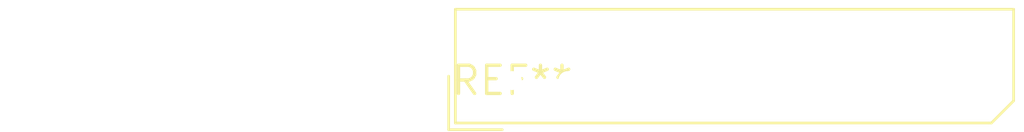
<source format=kicad_pcb>
(kicad_pcb (version 20240108) (generator pcbnew)
  (layers (0 "F.Cu" signal) (31 "B.Cu" signal) (34 "B.Paste" user) (35 "F.Paste" user) (36 "B.SilkS" user "B.Silkscreen") (37 "F.SilkS" user "F.Silkscreen") (38 "B.Mask" user) (39 "F.Mask" user) (44 "Edge.Cuts" user))
  (net 0 "")
  (footprint "Molex_SPOX_5267-09A_1x09_P2.50mm_Vertical" (layer "F.Cu") (at 0 0)
    (property "Reference" "REF**")
    (property "Value" "Molex_SPOX_5267-09A_1x09_P2.50mm_Vertical")
    (fp_line (start -2.86 -0.2) (end -2.86 2.21) (layer "F.SilkS") (stroke (width 0.12)))
    (fp_line (start -2.86 2.21) (end -0.45 2.21) (layer "F.SilkS") (stroke (width 0.12)))
    (fp_line (start -2.56 -3.21) (end -2.56 1.91) (layer "F.SilkS") (stroke (width 0.12)))
    (fp_line (start -2.56 1.91) (end 21.56 1.91) (layer "F.SilkS") (stroke (width 0.12)))
    (fp_line (start 21.56 1.91) (end 22.56 0.91) (layer "F.SilkS") (stroke (width 0.12)))
    (fp_line (start 22.56 -3.21) (end -2.56 -3.21) (layer "F.SilkS") (stroke (width 0.12)))
    (fp_line (start 22.56 0.91) (end 22.56 -3.21) (layer "F.SilkS") (stroke (width 0.12)))
    (pad "1" thru_hole roundrect (at 0 0) (size 1.7 1.85) (drill 0.85) (layers *.Cu *.Mask) (remove_unused_layers) (roundrect_rratio 0.147059))
    (pad "2" thru_hole oval (at 2.5 0) (size 1.7 1.85) (drill 0.85) (layers *.Cu *.Mask) (remove_unused_layers))
    (pad "3" thru_hole oval (at 5 0) (size 1.7 1.85) (drill 0.85) (layers *.Cu *.Mask) (remove_unused_layers))
    (pad "4" thru_hole oval (at 7.5 0) (size 1.7 1.85) (drill 0.85) (layers *.Cu *.Mask) (remove_unused_layers))
    (pad "5" thru_hole oval (at 10 0) (size 1.7 1.85) (drill 0.85) (layers *.Cu *.Mask) (remove_unused_layers))
    (pad "6" thru_hole oval (at 12.5 0) (size 1.7 1.85) (drill 0.85) (layers *.Cu *.Mask) (remove_unused_layers))
    (pad "7" thru_hole oval (at 15 0) (size 1.7 1.85) (drill 0.85) (layers *.Cu *.Mask) (remove_unused_layers))
    (pad "8" thru_hole oval (at 17.5 0) (size 1.7 1.85) (drill 0.85) (layers *.Cu *.Mask) (remove_unused_layers))
    (pad "9" thru_hole oval (at 20 0) (size 1.7 1.85) (drill 0.85) (layers *.Cu *.Mask) (remove_unused_layers))
  )
)
</source>
